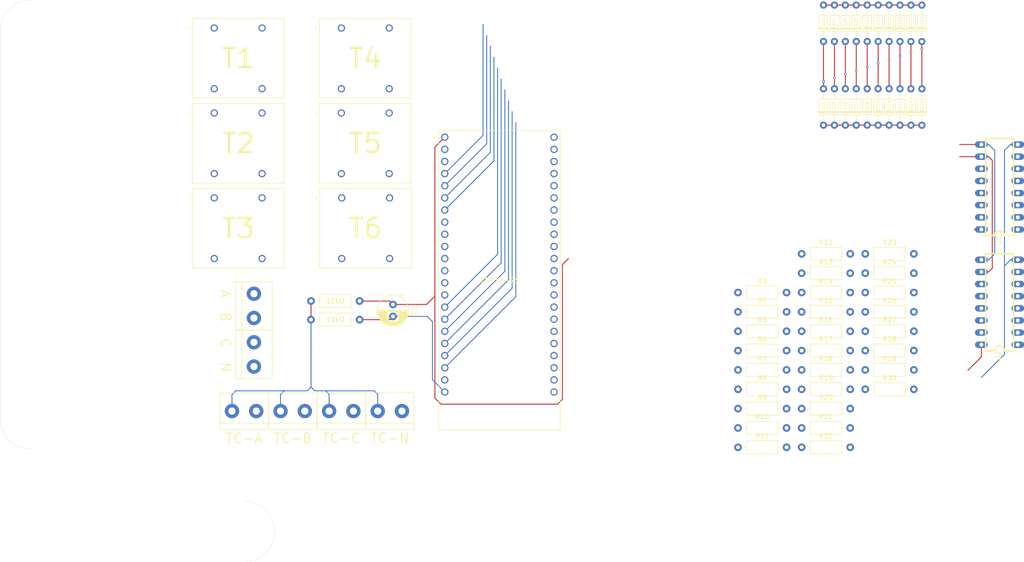
<source format=kicad_pcb>
(kicad_pcb (version 20221018) (generator pcbnew)
  (layers (0 "F.Cu" signal) (31 "B.Cu" signal) (34 "B.Paste" user) (35 "F.Paste" user) (36 "B.SilkS" user "B.Silkscreen") (37 "F.SilkS" user "F.Silkscreen") (38 "B.Mask" user) (39 "F.Mask" user) (44 "Edge.Cuts" user))
  (net 0 "")
  (net 1 "A Vwave")
  (net 2 "B Vwave")
  (net 3 "C Vwave")
  (net 4 "AB Vwave")
  (net 5 "CA Vwave")
  (net 6 "BC Vwave")
  (net 7 "Line B")
  (net 8 "Line A")
  (net 9 "Neutral")
  (net 10 "Line C")
  (net 11 "Vref")
  (net 12 "Net-(R3-Pad1)")
  (net 13 "Net-(R4-Pad1)")
  (net 14 "Net-(R5-Pad1)")
  (net 15 "Net-(R12-Pad2)")
  (net 16 "Net-(R13-Pad2)")
  (net 17 "Net-(R14-Pad2)")
  (net 18 "Vcc")
  (net 19 "GND")
  (net 20 "A Cwave")
  (net 21 "B Cwave")
  (net 22 "C Cwave")
  (net 23 "N Cwave")
  (net 24 "Net-(U1-X0)")
  (net 25 "Net-(U1-Y0)")
  (net 26 "Net-(U2-X0)")
  (net 27 "Net-(U2-Y0)")
  (net 28 "Net-(U1-X1)")
  (net 29 "Net-(U1-Y1)")
  (net 30 "Net-(U2-X1)")
  (net 31 "Net-(U2-Y1)")
  (net 32 "Net-(U1-X2)")
  (net 33 "Net-(U1-Y2)")
  (net 34 "Net-(U2-X2)")
  (net 35 "Net-(U2-Y2)")
  (net 36 "Net-(U1-X3)")
  (net 37 "Net-(U1-Y3)")
  (net 38 "Net-(U2-X3)")
  (net 39 "Net-(U2-Y3)")
  (net 42 "Select C-B")
  (net 43 "Select C-A")
  (footprint "Resistor_THT:R_Axial_DIN0207_L6.3mm_D2.5mm_P10.16mm_Horizontal" (layer "F.Cu") (at 186.436 120.312)
    (fp_text reference "R20")
    (fp_text value "27Ω")
  )
  (footprint "SnapEDA Library:XFMR_ZMPT101B" (layer "F.Cu") (at 95.25 82.55)
    (fp_text reference "T6")
    (fp_text value "ZMPT101B" hide)
  )
  (footprint "Resistor_THT:R_Axial_DIN0207_L6.3mm_D2.5mm_P10.16mm_Horizontal" (layer "F.Cu") (at 199.746 108.162)
    (fp_text reference "R28")
    (fp_text value "82Ω")
  )
  (footprint "TerminalBlock:TerminalBlock_bornier-2_P5.08mm" (layer "F.Cu") (at 87.6046 120.8278)
    (fp_text reference "J5" hide)
    (fp_text value "KF350-2P" hide)
  )
  (footprint "Resistor_THT:R_Axial_DIN0207_L6.3mm_D2.5mm_P10.16mm_Horizontal" (layer "F.Cu") (at 173.126 124.362)
    (fp_text reference "R10")
    (fp_text value "680Ω")
  )
  (footprint "Resistor_THT:R_Axial_DIN0207_L6.3mm_D2.5mm_P10.16mm_Horizontal" (layer "F.Cu") (at 173.126 104.112)
    (fp_text reference "R5")
    (fp_text value "150kΩ")
  )
  (footprint "Diode_THT:D_DO-34_SOD68_P7.62mm_Horizontal" (layer "F.Cu") (at 195.58 60.975 90)
    (fp_text reference "DZ5" hide)
    (fp_text value "3.3V" hide)
  )
  (footprint "SnapEDA Library:XFMR_ZMPT101B" (layer "F.Cu") (at 68.58 46.99)
    (fp_text reference "T1")
    (fp_text value "ZMPT101B" hide)
  )
  (footprint "Resistor_THT:R_Axial_DIN0207_L6.3mm_D2.5mm_P10.16mm_Horizontal" (layer "F.Cu") (at 173.126 116.262)
    (fp_text reference "R8")
    (fp_text value "680Ω")
  )
  (footprint "SnapEDA Library:DIL16" (layer "F.Cu") (at 227.838 98.044 90)
    (property "VALUE" "74HC4052N")
    (fp_text reference "U2")
    (fp_text value "74HC4052N")
  )
  (footprint "Resistor_THT:R_Axial_DIN0207_L6.3mm_D2.5mm_P10.16mm_Horizontal" (layer "F.Cu") (at 186.436 112.212)
    (fp_text reference "R18")
    (fp_text value "6.8Ω")
  )
  (footprint "Resistor_THT:R_Axial_DIN0207_L6.3mm_D2.5mm_P10.16mm_Horizontal" (layer "F.Cu") (at 199.746 96.012)
    (fp_text reference "R25")
    (fp_text value "39Ω")
  )
  (footprint "SnapEDA Library:DIL16" (layer "F.Cu") (at 227.838 73.914 90)
    (property "VALUE" "74HC4052N")
    (fp_text reference "U1")
    (fp_text value "74HC4052N")
  )
  (footprint "Diode_THT:D_DO-34_SOD68_P7.62mm_Horizontal" (layer "F.Cu") (at 204.724 60.97 90)
    (fp_text reference "DZ15" hide)
    (fp_text value "3.3V" hide)
  )
  (footprint "Diode_THT:D_DO-34_SOD68_P7.62mm_Horizontal" (layer "F.Cu") (at 209.296 43.464 90)
    (fp_text reference "DZ20" hide)
    (fp_text value "3.3V" hide)
  )
  (footprint "Diode_THT:D_DO-34_SOD68_P7.62mm_Horizontal" (layer "F.Cu") (at 200.152 60.965 90)
    (fp_text reference "DZ9" hide)
    (fp_text value "3.3V" hide)
  )
  (footprint "Resistor_THT:R_Axial_DIN0207_L6.3mm_D2.5mm_P10.16mm_Horizontal" (layer "F.Cu") (at 186.436 116.262)
    (fp_text reference "R19")
    (fp_text value "27Ω")
  )
  (footprint "Diode_THT:D_DO-34_SOD68_P7.62mm_Horizontal" (layer "F.Cu") (at 191.008 60.975 90)
    (fp_text reference "DZ1" hide)
    (fp_text value "3.3V" hide)
  )
  (footprint "Resistor_THT:R_Axial_DIN0207_L6.3mm_D2.5mm_P10.16mm_Horizontal" (layer "F.Cu") (at 173.126 128.412)
    (fp_text reference "R11")
    (fp_text value "680Ω")
  )
  (footprint "Capacitor_THT:CP_Radial_D6.3mm_P2.50mm" (layer "F.Cu") (at 100.965 98.512621 -90)
    (fp_text reference "C1")
    (fp_text value "10V 470µF")
  )
  (footprint "Diode_THT:D_DO-34_SOD68_P7.62mm_Horizontal" (layer "F.Cu") (at 200.152 43.449 90)
    (fp_text reference "DZ10" hide)
    (fp_text value "3.3V" hide)
  )
  (footprint "Resistor_THT:R_Axial_DIN0207_L6.3mm_D2.5mm_P10.16mm_Horizontal" (layer "F.Cu") (at 93.98 97.79 180)
    (fp_text reference "R1" hide)
    (fp_text value "10kΩ" hide)
  )
  (footprint "Resistor_THT:R_Axial_DIN0207_L6.3mm_D2.5mm_P10.16mm_Horizontal" (layer "F.Cu") (at 186.436 128.412)
    (fp_text reference "R22")
    (fp_text value "9.1Ω")
  )
  (footprint "TerminalBlock:TerminalBlock_bornier-2_P5.08mm" (layer "F.Cu") (at 71.882 106.426 -90)
    (fp_text reference "J2" hide)
    (fp_text value "KF350-2P" hide)
  )
  (footprint "Resistor_THT:R_Axial_DIN0207_L6.3mm_D2.5mm_P10.16mm_Horizontal" (layer "F.Cu") (at 83.82 101.68762)
    (fp_text reference "R2" hide)
    (fp_text value "10kΩ" hide)
  )
  (footprint "Diode_THT:D_DO-34_SOD68_P7.62mm_Horizontal" (layer "F.Cu") (at 204.724 43.454 90)
    (fp_text reference "DZ16" hide)
    (fp_text value "3.3V" hide)
  )
  (footprint "Resistor_THT:R_Axial_DIN0207_L6.3mm_D2.5mm_P10.16mm_Horizontal" (layer "F.Cu") (at 173.126 120.312)
    (fp_text reference "R9")
    (fp_text value "680Ω")
  )
  (footprint "Diode_THT:D_DO-34_SOD68_P7.62mm_Horizontal" (layer "F.Cu") (at 193.294 60.975 90)
    (fp_text reference "DZ3" hide)
    (fp_text value "3.3V" hide)
  )
  (footprint "SnapEDA Library:XFMR_ZMPT101B" (layer "F.Cu") (at 68.58 64.77)
    (fp_text reference "T2")
    (fp_text value "ZMPT101B" hide)
  )
  (footprint "Diode_THT:D_DO-34_SOD68_P7.62mm_Horizontal" (layer "F.Cu") (at 209.296 60.98 90)
    (fp_text reference "DZ19" hide)
    (fp_text value "3.3V" hide)
  )
  (footprint "SnapEDA Library:XFMR_ZMPT101B" (layer "F.Cu") (at 95.17 64.77)
    (fp_text reference "T5")
    (fp_text value "ZMPT101B" hide)
  )
  (footprint "Diode_THT:D_DO-34_SOD68_P7.62mm_Horizontal" (layer "F.Cu") (at 197.866 43.454 90)
    (fp_text reference "DZ8" hide)
    (fp_text value "3.3V" hide)
  )
  (footprint "Diode_THT:D_DO-34_SOD68_P7.62mm_Horizontal" (layer "F.Cu") (at 211.582 43.469 90)
    (fp_text reference "DZ22" hide)
    (fp_text value "3.3V" hide)
  )
  (footprint "Resistor_THT:R_Axial_DIN0207_L6.3mm_D2.5mm_P10.16mm_Horizontal" (layer "F.Cu") (at 186.436 108.162)
    (fp_text reference "R17")
    (fp_text value "20Ω")
  )
  (footprint "Diode_THT:D_DO-34_SOD68_P7.62mm_Horizontal" (layer "F.Cu") (at 211.582 60.99 90)
    (fp_text reference "DZ21" hide)
    (fp_text value "3.3V" hide)
  )
  (footprint "TerminalBlock:TerminalBlock_bornier-2_P5.08mm" (layer "F.Cu") (at 67.2846 120.8278)
    (fp_text reference "J3" hide)
    (fp_text value "KF350-2P" hide)
  )
  (footprint "Resistor_THT:R_Axial_DIN0207_L6.3mm_D2.5mm_P10.16mm_Horizontal" (layer "F.Cu") (at 199.746 112.212)
    (fp_text reference "R29")
    (fp_text value "82Ω")
  )
  (footprint "Resistor_THT:R_Axial_DIN0207_L6.3mm_D2.5mm_P10.16mm_Horizontal" (layer "F.Cu") (at 199.746 91.962)
    (fp_text reference "R24")
    (fp_text value "39Ω")
  )
  (footprint "Resistor_THT:R_Axial_DIN0207_L6.3mm_D2.5mm_P10.16mm_Horizontal" (layer "F.Cu") (at 173.126 96.012)
    (fp_text reference "R3")
    (fp_text value "150kΩ")
  )
  (footprint "Diode_THT:D_DO-34_SOD68_P7.62mm_Horizontal" (layer "F.Cu") (at 202.438 60.975 90)
    (fp_text reference "DZ11" hide)
    (fp_text value "3.3V" hide)
  )
  (footprint "Diode_THT:D_DO-34_SOD68_P7.62mm_Horizontal" (layer "F.Cu") (at 197.866 60.975 90)
    (fp_text reference "DZ7" hide)
    (fp_text value "3.3V" hide)
  )
  (footprint "TerminalBlock:TerminalBlock_bornier-2_P5.08mm" (layer "F.Cu") (at 97.7646 120.8278)
    (fp_text reference "J6" hide)
    (fp_text value "KF350-2P" hide)
  )
  (footprint "Resistor_THT:R_Axial_DIN0207_L6.3mm_D2.5mm_P10.16mm_Horizontal" (layer "F.Cu") (at 173.126 112.212)
    (fp_text reference "R7")
    (fp_text value "680Ω")
  )
  (footprint "Resistor_THT:R_Axial_DIN0207_L6.3mm_D2.5mm_P10.16mm_Horizontal" (layer "F.Cu") (at 199.746 87.912)
    (fp_text reference "R23")
    (fp_text value "39Ω")
  )
  (footprint "Resistor_THT:R_Axial_DIN0207_L6.3mm_D2.5mm_P10.16mm_Horizontal" (layer "F.Cu") (at 186.436 87.912)
    (fp_text reference "R12")
    (fp_text value "270kΩ")
  )
  (footprint "Diode_THT:D_DO-34_SOD68_P7.62mm_Horizontal" (layer "F.Cu") (at 195.58 43.454 90)
    (fp_text reference "DZ6" hide)
    (fp_text value "3.3V" hide)
  )
  (footprint "Diode_THT:D_DO-34_SOD68_P7.62mm_Horizontal" (layer "F.Cu") (at 193.294 43.454 90)
    (fp_text reference "DZ4" hide)
    (fp_text value "3.3V" hide)
  )
  (footprint "Resistor_THT:R_Axial_DIN0207_L6.3mm_D2.5mm_P10.16mm_Horizontal" (layer "F.Cu") (at 186.436 104.112)
    (fp_text reference "R16")
    (fp_text value "20Ω")
  )
  (footprint "Resistor_THT:R_Axial_DIN0207_L6.3mm_D2.5mm_P10.16mm_Horizontal" (layer "F.Cu") (at 186.436 100.062)
    (fp_text reference "R15")
    (fp_text value "20Ω")
  )
  (footprint "SnapEDA Library:XFMR_ZMPT101B" (layer "F.Cu") (at 95.17 46.99)
    (fp_text reference "T4")
    (fp_text value "ZMPT101B" hide)
  )
  (footprint "Resistor_THT:R_Axial_DIN0207_L6.3mm_D2.5mm_P10.16mm_Horizontal" (layer "F.Cu") (at 186.436 91.962)
    (fp_text reference "R13")
    (fp_text value "270kΩ")
  )
  (footprint "Resistor_THT:R_Axial_DIN0207_L6.3mm_D2.5mm_P10.16mm_Horizontal" (layer "F.Cu") (at 173.126 100.062)
    (fp_text reference "R4")
    (fp_text value "150kΩ")
  )
  (footprint "Resistor_THT:R_Axial_DIN0207_L6.3mm_D2.5mm_P10.16mm_Horizontal" (layer "F.Cu") (at 186.436 96.012)
    (fp_text reference "R14")
    (fp_text value "270kΩ")
  )
  (footprint "TerminalBlock:TerminalBlock_bornier-2_P5.08mm" (layer "F.Cu") (at 71.882 96.266 -90)
    (fp_text reference "J1" hide)
    (fp_text value "KF350-2P" hide)
  )
  (footprint "Diode_THT:D_DO-34_SOD68_P7.62mm_Horizontal" (layer "F.Cu") (at 207.01 43.464 90)
    (fp_text reference "DZ18" hide)
    (fp_text value "3.3V" hide)
  )
  (footprint "Diode_THT:D_DO-34_SOD68_P7.62mm_Horizontal" (layer "F.Cu") (at 202.438 43.454 90)
    (fp_text reference "DZ12" hide)
    (fp_text value "3.3V" hide)
  )
  (footprint "Diode_THT:D_DO-34_SOD68_P7.62mm_Horizontal" (layer "F.Cu") (at 191.008 43.454 90)
    (fp_text reference "DZ2" hide)
    (fp_text value "3.3V" hide)
  )
  (footprint "SnapEDA Library:XCVR_ESP32-S3-DEVKITC-1U-N8R2" (layer "F.Cu") (at 123.218 93.47)
    (fp_text reference "MCU1" hide)
    (fp_text value "ESP32-S3-DEVKITC-1U-N8R2" hide)
  )
  (footprint "TerminalBlock:TerminalBlock_bornier-2_P5.08mm" (layer "F.Cu") (at 77.4446 120.8278)
    (fp_text reference "J4" hide)
    (fp_text value "KF350-2P" hide)
  )
  (footprint "SnapEDA Library:XFMR_ZMPT101B" (layer "F.Cu") (at 68.58 82.55)
    (fp_text reference "T3")
    (fp_text value "ZMPT101B" hide)
  )
  (footprint "Diode_THT:D_DO-34_SOD68_P7.62mm_Horizontal" (layer "F.Cu") (at 207.01 60.98 90)
    (fp_text reference "DZ17" hide)
    (fp_text value "3.3V" hide)
  )
  (footprint "Resistor_THT:R_Axial_DIN0207_L6.3mm_D2.5mm_P10.16mm_Horizontal" (layer "F.Cu") (at 199.746 100.062)
    (fp_text reference "R26")
    (fp_text value "12Ω")
  )
  (footprint "Resistor_THT:R_Axial_DIN0207_L6.3mm_D2.5mm_P10.16mm_Horizontal" (layer "F.Cu") (at 199.746 104.112)
    (fp_text reference "R27")
    (fp_text value "82Ω")
  )
  (footprint "Resistor_THT:R_Axial_DIN0207_L6.3mm_D2.5mm_P10.16mm_Horizontal" (layer "F.Cu") (at 199.746 116.262)
    (fp_text reference "R30")
    (fp_text value "27Ω")
  )
  (footprint "Resistor_THT:R_Axial_DIN0207_L6.3mm_D2.5mm_P10.16mm_Horizontal" (layer "F.Cu") (at 173.126 108.162)
    (fp_text reference "R6")
    (fp_text value "680Ω")
  )
  (footprint "Resistor_THT:R_Axial_DIN0207_L6.3mm_D2.5mm_P10.16mm_Horizontal" (layer "F.Cu") (at 186.436 124.362)
    (fp_text reference "R21")
    (fp_text value "27Ω")
  )
  (gr_arc (start 18.796 41.148) (mid 20.655872 36.657872) (end 25.146 34.798) (stroke (width 0.05)) (layer "Edge.Cuts"))
  (gr_arc (start 25.146 128.778) (mid 20.655872 126.918128) (end 18.796 122.428) (stroke (width 0.05)) (layer "Edge.Cuts"))
  (gr_arc (start 69.85 139.7) (mid 74.340128 141.559872) (end 76.2 146.05) (stroke (width 0.05)) (layer "Edge.Cuts"))
  (gr_line (start 18.796 41.148) (end 18.796 122.428) (stroke (width 0.05)) (layer "Edge.Cuts"))
  (gr_arc (start 76.2 146.05) (mid 74.340128 150.540128) (end 69.85 152.4) (stroke (width 0.05)) (layer "Edge.Cuts"))
  (gr_text "A  B" (at 64.77 95.25 -90) (layer "F.SilkS") (effects (font (size 2 2) (thickness 0.2)) (justify left bottom)))
  (gr_text "C  N\n" (at 64.77 105.41 270) (layer "F.SilkS") (effects (font (size 2 2) (thickness 0.2)) (justify left bottom)))
  (segment (start 191.008 53.355) (end 191.008 51.831) (width 0.2) (layer "F.Cu") (net 1))
  (segment (start 191.008 51.831) (end 191.008 43.454) (width 0.2) (layer "F.Cu") (net 1))
  (via (at 191.008 51.831) (size 0.6) (drill 0.3) (layers "F.Cu" "B.Cu") (net 1))
  (segment (start 126.6494 60.452) (end 126.6494 96.8986) (width 0.2) (layer "B.Cu") (net 1))
  (segment (start 126.6494 96.8986) (end 111.788 111.76) (width 0.2) (layer "B.Cu") (net 1))
  (segment (start 193.294 51.069) (end 193.294 43.454) (width 0.2) (layer "F.Cu") (net 2))
  (segment (start 193.294 53.355) (end 193.294 51.069) (width 0.2) (layer "F.Cu") (net 2))
  (via (at 193.294 51.069) (size 0.5) (drill 0.25) (layers "F.Cu" "B.Cu") (net 2))
  (segment (start 125.8874 95.1206) (end 111.788 109.22) (width 0.2) (layer "B.Cu") (net 2))
  (segment (start 125.8874 58.166) (end 125.8874 95.1206) (width 0.2) (layer "B.Cu") (net 2))
  (segment (start 195.58 50.307) (end 195.58 43.454) (width 0.2) (layer "F.Cu") (net 3))
  (segment (start 195.58 53.355) (end 195.58 50.307) (width 0.2) (layer "F.Cu") (net 3))
  (via (at 195.58 50.307) (size 0.5) (drill 0.25) (layers "F.Cu" "B.Cu") (net 3))
  (segment (start 125.1254 55.88) (end 125.1254 93.3426) (width 0.2) (layer "B.Cu") (net 3))
  (segment (start 125.1254 93.3426) (end 111.788 106.68) (width 0.2) (layer "B.Cu") (net 3))
  (segment (start 197.866 49.545) (end 197.866 43.454) (width 0.2) (layer "F.Cu") (net 4))
  (segment (start 197.866 53.355) (end 197.866 49.545) (width 0.2) (layer "F.Cu") (net 4))
  (via (at 197.866 49.545) (size 0.5) (drill 0.25) (layers "F.Cu" "B.Cu") (net 4))
  (segment (start 124.3634 91.5646) (end 111.788 104.14) (width 0.2) (layer "B.Cu") (net 4))
  (segment (start 124.3634 53.594) (end 124.3634 91.5646) (width 0.2) (layer "B.Cu") (net 4))
  (segment (start 200.152 53.345) (end 200.152 48.778) (width 0.2) (layer "F.Cu") (net 5))
  (segment (start 200.152 48.778) (end 200.152 43.449) (width 0.2) (layer "F.Cu") (net 5))
  (via (at 200.152 48.778) (size 0.5) (drill 0.25) (layers "F.Cu" "B.Cu") (net 5))
  (segment (start 123.5964 89.7916) (end 111.788 101.6) (width 0.2) (layer "B.Cu") (net 5))
  (segment (start 123.5964 51.308) (end 123.5964 89.7916) (width 0.2) (layer "B.Cu") (net 5))
  (segment (start 202.438 53.355) (end 202.438 48.021) (width 0.2) (layer "F.Cu") (net 6))
  (segment (start 202.438 48.021) (end 202.438 43.454) (width 0.2) (layer "F.Cu") (net 6))
  (via (at 202.438 48.021) (size 0.5) (drill 0.25) (layers "F.Cu" "B.Cu") (net 6))
  (segment (start 122.8394 49.022) (end 122.8394 88.0086) (width 0.2) (layer "B.Cu") (net 6))
  (segment (start 122.8394 88.0086) (end 111.788 99.06) (width 0.2) (layer "B.Cu") (net 6))
  (segment (start 83.82 97.79) (end 83.82 101.68762) (width 0.2) (layer "F.Cu") (net 11))
  (segment (start 68.072 116.586) (end 67.2846 117.3734) (width 0.2) (layer "B.Cu") (net 11))
  (segment (start 87.6046 120.8278) (end 87.6046 117.3226) (width 0.2) (layer "B.Cu") (net 11))
  (segment (start 77.4446 117.3734) (end 77.4446 120.8278) (width 0.2) (layer "B.Cu") (net 11))
  (segment (start 87.6046 117.3226) (end 86.868 116.586) (width 0.2) (layer "B.Cu") (net 11))
  (segment (start 78.232 116.586) (end 68.072 116.586) (width 0.2) (layer "B.Cu") (net 11))
  (segment (start 83.058 116.586) (end 78.232 116.586) (width 0.2) (layer "B.Cu") (net 11))
  (segment (start 84.582 116.586) (end 86.868 116.586) (width 0.2) (layer "B.Cu") (net 11))
  (segment (start 97.028 116.586) (end 97.7646 117.3226) (width 0.2) (layer "B.Cu") (net 11))
  (segment (start 83.82 115.824) (end 84.582 116.586) (width 0.2) (layer "B.Cu") (net 11))
  (segment (start 78.232 116.586) (end 77.4446 117.3734) (width 0.2) (layer "B.Cu") (net 11))
  (segment (start 97.7646 117.3226) (end 97.7646 120.8278) (width 0.2) (layer "B.Cu") (net 11))
  (segment (start 86.868 116.586) (end 97.028 116.586) (width 0.2) (layer "B.Cu") (net 11))
  (segment (start 67.2846 117.3734) (end 67.2846 120.8278) (width 0.2) (layer "B.Cu") (net 11))
  (segment (start 83.82 115.824) (end 83.058 116.586) (width 0.2) (layer "B.Cu") (net 11))
  (segment (start 83.82 101.68762) (end 83.82 115.824) (width 0.2) (layer "B.Cu") (net 11))
  (segment (start 100.242379 97.79) (end 100.965 98.512621) (width 0.2) (layer "F.Cu") (net 18))
  (segment (start 109.728 96.774) (end 109.728 118.11) (width 0.2) (layer "F.Cu") (net 18))
  (segment (start 221.234 112.268) (end 224.028 109.474) (width 0.2) (layer "F.Cu") (net 18))
  (segment (start 202.438 60.975) (end 200.162 60.975) (width 0.2) (layer "F.Cu") (net 18))
  (segment (start 222.504 82.804) (end 224.028 82.804) (width 0.2) (layer "F.Cu") (net 18))
  (segment (start 200.162 60.975) (end 200.152 60.965) (width 0.2) (layer "F.Cu") (net 18))
  (segment (start 224.028 109.474) (end 224.028 106.934) (width 0.2) (layer "F.Cu") (net 18))
  (segment (start 193.294 60.975) (end 191.008 60.975) (width 0.2) (layer "F.Cu") (net 18))
  (segment (start 107.989379 98.512621) (end 100.965 98.512621) (width 0.2) (layer "F.Cu") (net 18))
  (segment (start 109.728 96.774) (end 107.989379 98.512621) (width 0.2) (layer "F.Cu") (net 18))
  (segment (start 136.398 118.364) (end 136.398 90.17) (width 0.2) (layer "F.Cu") (net 18))
  (segment (start 111.788 63.5) (end 109.728 65.56) (width 0.2) (layer "F.Cu") (net 18))
  (segment (start 109.728 65.56) (end 109.728 96.774) (width 0.2) (layer "F.Cu") (net 18))
  (segment (start 135.382 119.38) (end 136.398 118.364) (width 0.2) (layer "F.Cu") (net 18))
  (segment (start 211.582 60.99) (end 209.306 60.99) (width 0.2) (layer "F.Cu") (net 18))
  (segment (start 93.98 97.79) (end 100.242379 97.79) (width 0.2) (layer "F.Cu") (net 18))
  (segment (start 109.728 118.11) (end 110.998 119.38) (width 0.2) (layer "F.Cu") (net 18))
  (segment (start 195.58 60.975) (end 193.294 60.975) (width 0.2) (layer "F.Cu") (net 18))
  (segment (start 204.719 60.975) (end 204.724 60.97) (width 0.2) (layer "F.Cu") (net 18))
  (segment (start 209.306 60.99) (end 209.296 60.98) (width 0.2) (layer "F.Cu") (net 18))
  (segment (start 204.734 60.98) (end 204.724 60.97) (width 0.2) (layer "F.Cu") (net 18))
  (segment (start 207.01 60.98) (end 204.734 60.98) (width 0.2) (layer "F.Cu") (net 18))
  (segment (start 136.398 90.17) (end 137.668 88.9) (width 0.2) (layer "F.Cu") (net 18))
  (segment (start 202.438 60.975) (end 204.719 60.975) (width 0.2) (layer "F.Cu") (net 18))
  (segment (start 209.296 60.98) (end 207.01 60.98) (width 0.2) (layer "F.Cu") (net 18))
  (segment (start 200.152 60.965) (end 197.876 60.965) (width 0.2) (layer "F.Cu") (net 18))
  (segment (start 197.876 60.965) (end 197.866 60.975) (width 0.2) (layer "F.Cu") (net 18))
  (segment (start 197.866 60.975) (end 195.58 60.975) (width 0.2) (layer "F.Cu") (net 18))
  (segment (start 110.998 119.38) (end 135.382 119.38) (width 0.2) (layer "F.Cu") (net 18))
  (segment (start 200.157 35.834) (end 200.152 35.829) (width 0.2) (layer "F.Cu") (net 19))
  (segment (start 204.724 35.834) (end 203.459 35.834) (width 0.2) (layer "F.Cu") (net 19))
  (segment (start 203.459 35.834) (end 203.454 35.829) (width 0.2) (layer "F.Cu") (net 19))
  (segment (start 207 35.834) (end 207.01 35.844) (width 0.2) (layer "F.Cu") (net 19))
  (segment (start 209.296 35.844) (end 207.01 35.844) (width 0.2) (layer "F.Cu") (net 19))
  (segment (start 197.866 35.834) (end 195.58 35.834) (width 0.2) (layer "F.Cu") (net 19))
  (segment (start 200.152 35.829) (end 197.871 35.829) (width 0.2) (layer "F.Cu") (net 19))
  (segment (start 193.294 35.834) (end 191.008 35.834) (width 0.2) (layer "F.Cu") (net 19))
  (segment (start 100.290001 101.68762) (end 100.965 101.012621) (width 0.2) (layer "F.Cu") (net 19))
  (segment (start 209.301 35.849) (end 209.296 35.844) (width 0.2) (layer "F.Cu") (net 19))
  (segment (start 203.454 35.829) (end 203.449 35.834) (width 0.2) (layer "F.Cu") (net 19))
  (segment (start 211.582 35.849) (end 209.301 35.849) (width 0.2) (layer "F.Cu") (net 19))
  (segment (start 195.58 35.834) (end 193.294 35.834) (width 0.2) (layer "F.Cu") (net 19))
  (segment (start 203.449 35.834) (end 202.438 35.834) (width 0.2) (layer "F.Cu") (net 19))
  (segment (start 197.871 35.829) (end 197.866 35.834) (width 0.2) (layer "F.Cu") (net 19))
  (segment (start 202.438 35.834) (end 200.157 35.834) (width 0.2) (layer "F.Cu") (net 19))
  (segment (start 93.98 101.68762) (end 100.290001 101.68762) (width 0.2) (layer "F.Cu") (net 19))
  (segment (start 204.724 35.834) (end 207 35.834) (width 0.2) (layer "F.Cu") (net 19))
  (segment (start 228.854 66.294) (end 230.124 65.024) (width 0.2) (layer "B.Cu") (net 19))
  (segment (start 109.22 102.108) (end 108.124621 101.012621) (width 0.2) (layer "B.Cu") (net 19))
  (segment (start 230.124 89.154) (end 228.854 90.424) (width 0.2) (layer "B.Cu") (net 19))
  (segment (start 231.648 89.154) (end 230.124 89.154) (width 0.2) (layer "B.Cu") (net 19))
  (segment (start 111.788 116.84) (end 109.22 114.272) (width 0.2) (layer "B.Cu") (net 19))
  (segment (start 230.124 65.024) (end 231.648 65.024) (width 0.2) (layer "B.Cu") (net 19))
  (segment (start 108.124621 101.012621) (end 100.965 101.012621) (width 0.2) (layer "B.Cu") (net 19))
  (segment (start 224.028 113.792) (end 228.854 108.966) (width 0.2) (layer "B.Cu") (net 19))
  (segment (start 109.22 114.272) (end 109.22 102.108) (width 0.2) (layer "B.Cu") (net 19))
  (segment (start 228.854 108.966) (end 228.854 66.294) (width 0.2) (layer "B.Cu") (net 19))
  (segment (start 204.724 43.454) (end 204.724 47.259) (width 0.2) (layer "F.Cu") (net 20))
  (segment (start 204.724 53.35) (end 204.724 47.259) (width 0.2) (layer "F.Cu") (net 20))
  (via (at 204.724 47.259) (size 0.5) (drill 0.25) (layers "F.Cu" "B.Cu") (net 20))
  (segment (start 122.0774 68.4506) (end 111.788 78.74) (width 0.2) (layer "B.Cu") (net 20))
  (segment (start 122.0774 46.736) (end 122.0774 68.4506) (width 0.2) (layer "B.Cu") (net 20))
  (segment (start 207.01 46.507) (end 207.01 43.464) (width 0.2) (layer "F.Cu") (net 21))
  (segment (start 207.01 53.36) (end 207.01 46.507) (width 0.2) (layer "F.Cu") (net 21))
  (via (at 207.01 46.507) (size 0.5) (drill 0.25) (layers "F.Cu" "B.Cu") (net 21))
  (segment (start 121.3254 66.6626) (end 111.788 76.2) (width 0.2) (layer "B.Cu") (net 21))
  (segment (start 121.3254 44.45) (end 121.3254 66.6626) (width 0.2) (layer "B.Cu") (net 21))
  (segment (start 209.296 45.745) (end 209.296 43.464) (width 0.2) (layer "F.Cu") (net 22))
  (segment (start 209.296 45.745) (end 209.296 53.36) (width 0.2) (layer "F.Cu") (net 22))
  (via (at 209.296 45.745) (size 0.5) (drill 0.25) (layers "F.Cu" "B.Cu") (net 22))
  (segment (start 120.5634 42.164) (end 120.5634 64.8846) (width 0.2) (layer "B.Cu") (net 22))
  (segment (start 120.5634 64.8846) (end 111.788 73.66) (width 0.2) (layer "B.Cu") (net 22))
  (segment (start 211.582 44.988) (end 211.582 43.469) (width 0.2) (layer "F.Cu") (net 23))
  (segment (start 211.582 53.37) (end 211.582 44.988) (width 0.2) (layer "F.Cu") (net 23))
  (via (at 211.582 44.988) (size 0.5) (drill 0.25) (layers "F.Cu" "B.Cu") (net 23))
  (segment (start 111.788 71.12) (end 119.8064 63.1016) (width 0.2) (layer "B.Cu") (net 23))
  (segment (start 119.8064 63.1016) (end 119.8064 39.878) (width 0.2) (layer "B.Cu") (net 23))
  (segment (start 219.484 65.024) (end 224.028 65.024) (width 0.2) (layer "F.Cu") (net 42))
  (segment (start 224.028 65.052) (end 224.028 65.024) (width 0.2) (layer "B.Cu") (net 42))
  (segment (start 225.552 65.024) (end 224.028 65.024) (width 0.2) (layer "B.Cu") (net 42))
  (segment (start 225.552 89.154) (end 226.822 87.884) (width 0.2) (layer "B.Cu") (net 42))
  (segment (start 226.822 66.294) (end 225.552 65.024) (width 0.2) (layer "B.Cu") (net 42))
  (segment (start 226.822 87.884) (end 226.822 66.294) (width 0.2) (layer "B.Cu") (net 42))
  (segment (start 224.028 89.154) (end 225.552 89.154) (width 0.2) (layer "B.Cu") (net 42))
  (segment (start 225.552 91.694) (end 224.028 91.694) (width 0.2) (layer "F.Cu") (net 43))
  (segment (start 226.314 90.932) (end 225.552 91.694) (width 0.2) (layer "F.Cu") (net 43))
  (segment (start 225.552 67.564) (end 226.314 68.326) (width 0.2) (layer "F.Cu") (net 43))
  (segment (start 219.484 67.564) (end 224.028 67.564) (width 0.2) (layer "F.Cu") (net 43))
  (segment (start 224.028 67.564) (end 225.552 67.564) (width 0.2) (layer "F.Cu") (net 43))
  (segment (start 226.314 68.326) (end 226.314 90.932) (width 0.2) (layer "F.Cu") (net 43))
)
</source>
